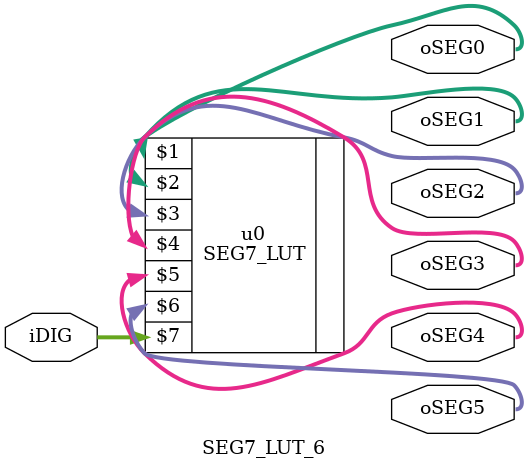
<source format=v>
module SEG7_LUT_6 (	oSEG0,oSEG1,oSEG2,oSEG3,oSEG4,oSEG5,iDIG );
input	[9:0]	iDIG;
output	[6:0]	oSEG0,oSEG1,oSEG2,oSEG3,oSEG4,oSEG5;
// oSEG2,oSEG3,oSEG4,oSEG5;

SEG7_LUT	u0	(	oSEG0,oSEG1,oSEG2,oSEG3,oSEG4,oSEG5,iDIG	);


endmodule
</source>
